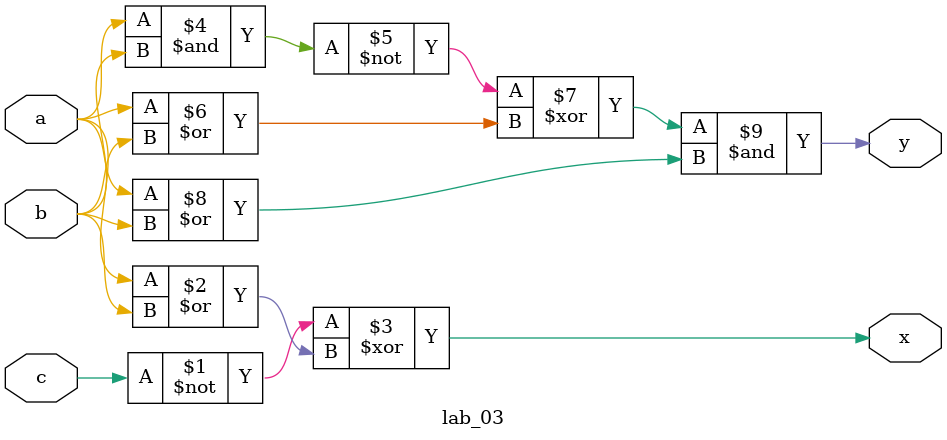
<source format=sv>
`timescale 1ns / 1ps


module lab_03( 
    output x,y,
    input a,b,c
    );
    
    assign x = ~c ^ (a | b);
    assign y = (~(a & b) ^ (a | b)) & (a | b); 
endmodule
</source>
